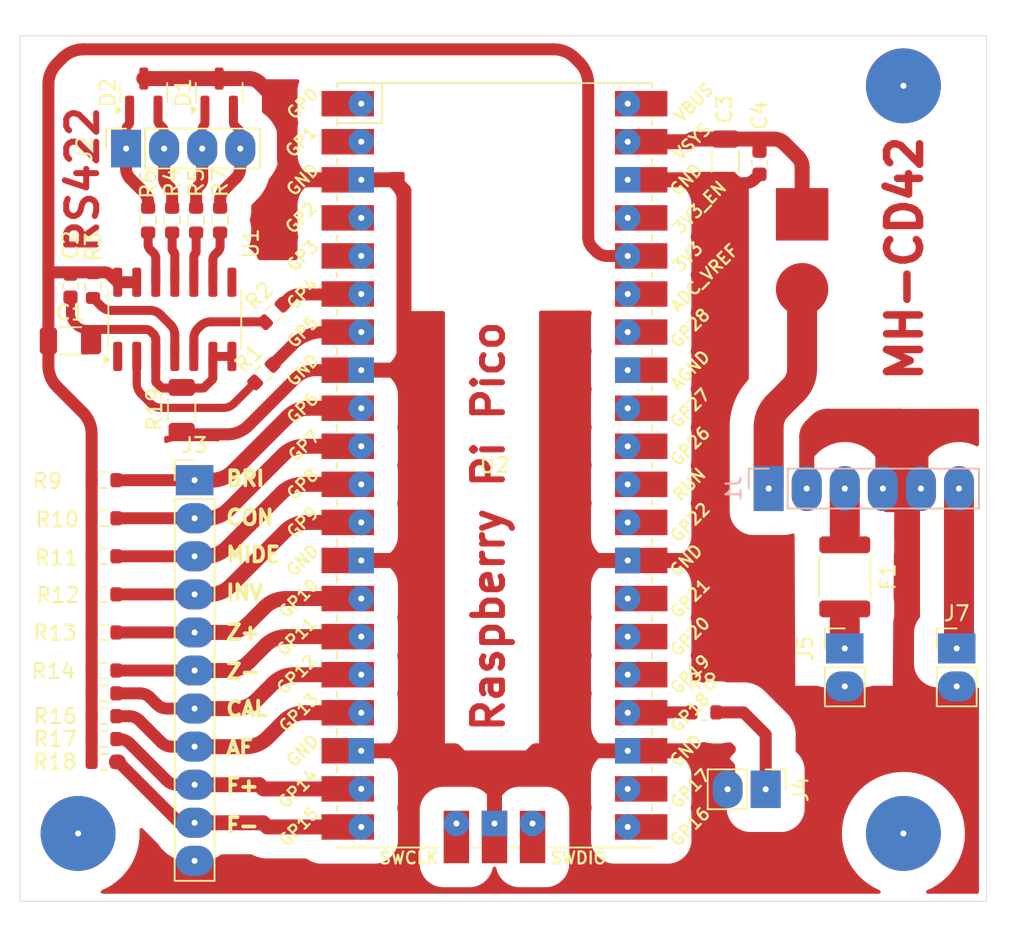
<source format=kicad_pcb>
(kicad_pcb (version 20240108) (generator "pcbnew") (generator_version "8.0")
  (layers (0 "F.Cu" signal) (31 "B.Cu" signal) (34 "B.Paste" user) (35 "F.Paste" user) (36 "B.SilkS" user "B.Silkscreen") (37 "F.SilkS" user "F.Silkscreen") (38 "B.Mask" user) (39 "F.Mask" user) (44 "Edge.Cuts" user))
  (net 0 "")
  (net 1 "+3.3V")
  (net 2 "GND")
  (net 3 "Net-(D1-A2)")
  (net 4 "Net-(D1-A1)")
  (net 5 "Net-(D2-A1)")
  (net 6 "Net-(D2-A2)")
  (net 7 "Net-(J5-Pin_1)")
  (net 8 "+5V")
  (net 9 "/RX")
  (net 10 "/TX")
  (net 11 "Net-(U1-DE)")
  (net 12 "/B")
  (net 13 "/Z")
  (net 14 "/A")
  (net 15 "/Y")
  (net 16 "Net-(J4-Pin_1)")
  (net 21 "/OUT-5V_MH-CD42")
  (net 22 "/BAT_MH-CD42")
  (net 23 "Net-(U2-GPIO5)")
  (net 25 "Net-(U2-GPIO4)")
  (net 27 "/Brightness")
  (net 31 "/Contrast")
  (net 33 "/Mide")
  (net 36 "/Inversion")
  (net 39 "/ZoomIn")
  (net 41 "/ZoomOut")
  (net 43 "/Calibration")
  (net 44 "/AutoFocus")
  (net 45 "/FocusIn")
  (net 47 "/FocusOut")
  (net 49 "Net-(J1-Pin_6)")
  (net 51 "Net-(U2-GPIO18)")
  (footprint "Resistor_SMD:R_0603_1608Metric" (layer "F.Cu") (at 157.48 91.7448)
    (property "Reference" "R16")
    (property "Value" "R" (hide yes))
  )
  (footprint "Resistor_SMD:R_0603_1608Metric" (layer "F.Cu") (at 162.026401 58.6456 -90)
    (property "Reference" "R4")
    (property "Value" "10R" (hide yes))
  )
  (footprint "Resistor_SMD:R_0603_1608Metric" (layer "F.Cu") (at 157.48 93.2688)
    (property "Reference" "R17")
    (property "Value" "R" (hide yes))
  )
  (footprint "Resistor_SMD:R_1812_4532Metric" (layer "F.Cu") (at 206.9084 82.4484 -90)
    (property "Reference" "F1")
    (property "Value" "3А" (hide yes))
  )
  (footprint "Resistor_SMD:R_0603_1608Metric" (layer "F.Cu") (at 168.8084 64.8716 45)
    (property "Reference" "R2")
    (property "Value" "200R" (hide yes))
  )
  (footprint "Resistor_SMD:R_0603_1608Metric" (layer "F.Cu") (at 163.626401 58.6456 -90)
    (property "Reference" "R5")
    (property "Value" "10R" (hide yes))
  )
  (footprint "Resistor_SMD:R_0603_1608Metric" (layer "F.Cu") (at 157.48 88.6968)
    (property "Reference" "R14")
    (property "Value" "R" (hide yes))
  )
  (footprint "Resistor_SMD:R_0603_1608Metric" (layer "F.Cu") (at 157.48 86.1568)
    (property "Reference" "R13")
    (property "Value" "R" (hide yes))
  )
  (footprint "Resistor_SMD:R_0603_1608Metric" (layer "F.Cu") (at 156.744801 63.0144 -90)
    (property "Reference" "R3")
    (property "Value" "10K" (hide yes))
  )
  (footprint "Capacitor_SMD:C_0603_1608Metric" (layer "F.Cu") (at 155.244802 63.0144 -90)
    (property "Reference" "C2")
    (property "Value" "0.1uF" (hide yes))
  )
  (footprint "Resistor_SMD:R_0603_1608Metric" (layer "F.Cu") (at 168.148 68.8848 45)
    (property "Reference" "R1")
    (property "Value" "200R")
  )
  (footprint "Resistor_SMD:R_0603_1608Metric" (layer "F.Cu") (at 157.48 81.0768)
    (property "Reference" "R11")
    (property "Value" "R" (hide yes))
  )
  (footprint "Connector_PinSocket_2.54mm:PinSocket_1x04_P2.54mm_Vertical" (layer "F.Cu") (at 158.953201 53.8704 90)
    (property "Reference" "J2")
    (property "Value" "RS422" (hide yes))
  )
  (footprint "Connector_PinHeader_2.54mm:PinHeader_1x02_P2.54mm_Vertical" (layer "F.Cu") (at 206.9084 87.2186)
    (property "Reference" "J5")
    (property "Value" "BAT")
  )
  (footprint "Connector_PinHeader_2.54mm:PinHeader_1x02_P2.54mm_Vertical" (layer "F.Cu") (at 214.376 87.2186)
    (property "Reference" "J7")
    (property "Value" "Type-C Charger")
  )
  (footprint "TerminalBlock_MetzConnect:TerminalBlock_MetzConnect_Type011_RT05502HBWC_1x02_P5.00mm_Horizontal" (layer "F.Cu") (at 204.061201 58.256801 -90)
    (property "Reference" "J6" (hide yes))
    (property "Value" "Button ON OFF" (hide yes))
  )
  (footprint "Capacitor_SMD:C_0603_1608Metric" (layer "F.Cu") (at 201.2188 54.8132 -90)
    (property "Reference" "C4")
    (property "Value" "0.1uF" (hide yes))
  )
  (footprint "Resistor_SMD:R_1206_3216Metric" (layer "F.Cu") (at 162.6616 71.2724 90)
    (property "Reference" "R19")
    (property "Value" "200R" (hide yes))
  )
  (footprint "Resistor_SMD:R_0603_1608Metric" (layer "F.Cu") (at 157.48 90.2208)
    (property "Reference" "R15" (hide yes))
    (property "Value" "R" (hide yes))
  )
  (footprint "Resistor_SMD:R_0603_1608Metric" (layer "F.Cu") (at 157.48 75.9968)
    (property "Reference" "R9")
    (property "Value" "R" (hide yes))
  )
  (footprint "MCU_RaspberryPi_and_Boards:RPi_Pico_SMD_TH" (layer "F.Cu") (at 183.535 75.005)
    (property "Reference" "U2")
    (property "Value" "Pico")
  )
  (footprint "Resistor_SMD:R_0603_1608Metric" (layer "F.Cu") (at 197.5104 91.4908)
    (property "Reference" "R8")
    (property "Value" "R_US" (hide yes))
  )
  (footprint "Resistor_SMD:R_0603_1608Metric" (layer "F.Cu") (at 165.226402 58.6456 -90)
    (property "Reference" "R7")
    (property "Value" "10R" (hide yes))
  )
  (footprint "Capacitor_SMD:C_1206_3216Metric" (layer "F.Cu") (at 198.9328 54.7116 -90)
    (property "Reference" "C3")
    (property "Value" "10uF" (hide yes))
  )
  (footprint "Capacitor_SMD:C_1206_3216Metric" (layer "F.Cu") (at 155.2448 66.7004)
    (property "Reference" "C1")
    (property "Value" "10uF" (hide yes))
  )
  (footprint "Resistor_SMD:R_0603_1608Metric" (layer "F.Cu") (at 157.48 83.6168)
    (property "Reference" "R12")
    (property "Value" "R" (hide yes))
  )
  (footprint "Connector_PinHeader_2.54mm:PinHeader_1x11_P2.54mm_Vertical" (layer "F.Cu") (at 163.5252 75.9968)
    (property "Reference" "J3")
    (property "Value" "Conn_01x11_Pin" (hide yes))
  )
  (footprint "Connector_PinHeader_2.54mm:PinHeader_1x02_P2.54mm_Vertical" (layer "F.Cu") (at 201.6302 96.6216 -90)
    (property "Reference" "J4")
    (property "Value" "LED")
  )
  (footprint "Package_SO:SOIC-14_3.9x8.7mm_P1.27mm" (layer "F.Cu") (at 162.204401 65.2638 90)
    (property "Reference" "U1")
    (property "Value" "SN65HVD1476D" (hide yes))
  )
  (footprint "Resistor_SMD:R_0603_1608Metric" (layer "F.Cu") (at 157.48 78.5368)
    (property "Reference" "R10")
    (property "Value" "R" (hide yes))
  )
  (footprint "Package_TO_SOT_SMD:SOT-23" (layer "F.Cu") (at 160.136801 50.1389 90)
    (property "Reference" "D2")
    (property "Value" "SM712_SOT23" (hide yes))
  )
  (footprint "Package_TO_SOT_SMD:SOT-23" (layer "F.Cu") (at 165.166 50.1389 90)
    (property "Reference" "D1")
    (property "Value" "SM712_SOT23" (hide yes))
  )
  (footprint "Resistor_SMD:R_0603_1608Metric" (layer "F.Cu") (at 157.48 94.7928)
    (property "Reference" "R18")
    (property "Value" "R" (hide yes))
  )
  (footprint "Resistor_SMD:R_0603_1608Metric" (layer "F.Cu") (at 160.426401 58.6456 -90)
    (property "Reference" "R6")
    (property "Value" "10R" (hide yes))
  )
  (footprint "Connector_PinHeader_2.54mm:PinHeader_1x06_P2.54mm_Vertical" (layer "B.Cu") (at 201.8284 76.5556 -90)
    (property "Reference" "J1")
    (property "Value" "PowerBankPCB" (hide yes))
  )
  (gr_rect (start 151.8649 46.3478) (end 216.3625 104.0928) (stroke (width 0.05)) (fill none) (layer "Edge.Cuts"))
  (gr_text "Raspberry Pi Pico" (at 184.3024 92.964 90) (layer "F.Cu") (effects (font (size 2 2) (thickness 0.4) (bold yes)) (justify left bottom)))
  (gr_text "RS422" (at 157.226 61.0108 90) (layer "F.Cu") (effects (font (size 2 2) (thickness 0.4) (bold yes)) (justify left bottom)))
  (gr_text "MH-CD42" (at 212.1916 69.596 90) (layer "F.Cu") (effects (font (size 2.2 2.2) (thickness 0.5) (bold yes)) (justify left bottom)))
  (gr_text "BRI" (at 165.5064 76.474 0) (layer "F.SilkS") (effects (font (size 1 1) (thickness 0.25) (bold yes)) (justify left bottom)))
  (gr_text "INV" (at 165.5064 84.074 0) (layer "F.SilkS") (effects (font (size 1 1) (thickness 0.25) (bold yes)) (justify left bottom)))
  (gr_text "MIDE" (at 165.5064 81.549 0) (layer "F.SilkS") (effects (font (size 1 1) (thickness 0.25) (bold yes)) (justify left bottom)))
  (gr_text "AF" (at 165.5064 94.4372 0) (layer "F.SilkS") (effects (font (size 1 1) (thickness 0.25) (bold yes)) (justify left bottom)))
  (gr_text "F+" (at 165.5064 96.9772 0) (layer "F.SilkS") (effects (font (size 1 1) (thickness 0.25) (bold yes)) (justify left bottom)))
  (gr_text "CAL" (at 165.5064 91.8464 0) (layer "F.SilkS") (effects (font (size 1 1) (thickness 0.25) (bold yes)) (justify left bottom)))
  (gr_text "CON" (at 165.5064 79.074 0) (layer "F.SilkS") (effects (font (size 1 1) (thickness 0.25) (bold yes)) (justify left bottom)))
  (gr_text "F-\n" (at 165.5064 99.6188 0) (layer "F.SilkS") (effects (font (size 1 1) (thickness 0.25) (bold yes)) (justify left bottom)))
  (gr_text "Z-" (at 165.5064 89.3572 0) (layer "F.SilkS") (effects (font (size 1 1) (thickness 0.25) (bold yes)) (justify left bottom)))
  (gr_text "Z+" (at 165.5064 86.7316 0) (layer "F.SilkS") (effects (font (size 1 1) (thickness 0.25) (bold yes)) (justify left bottom)))
  (via (at 210.82 99.568) (size 5) (drill 0.4) (layers "F.Cu" "B.Cu") (net 0))
  (via (at 210.82 49.6824) (size 5) (drill 0.4) (layers "F.Cu" "B.Cu") (net 0))
  (via (at 155.7528 99.568) (size 5) (drill 0.4) (layers "F.Cu" "B.Cu") (net 0))
  (segment (start 191.040014 61.035) (end 192.425 61.035) (width 0.8) (layer "F.Cu") (net 1))
  (segment (start 153.769799 66.7004) (end 153.769799 62.1284) (width 0.8) (layer "F.Cu") (net 1))
  (segment (start 158.394401 62.7888) (end 157.880447 62.274846) (width 0.8) (layer "F.Cu") (net 1))
  (segment (start 156.655 75.9968) (end 156.655 94.7928) (width 0.8) (layer "F.Cu") (net 1))
  (segment (start 188.905187 47.833587) (end 189.203014 48.131414) (width 0.8) (layer "F.Cu") (net 1))
  (segment (start 156.655 72.901427) (end 156.655 75.9968) (width 0.8) (layer "F.Cu") (net 1))
  (segment (start 156.120227 47.2478) (end 187.490973 47.2478) (width 0.8) (layer "F.Cu") (net 1))
  (segment (start 159.3088 62.7888) (end 158.394401 62.7888) (width 0.8) (layer "F.Cu") (net 1))
  (segment (start 153.769799 66.7004) (end 153.769799 68.359372) (width 0.8) (layer "F.Cu") (net 1))
  (segment (start 157.526894 62.1284) (end 153.769799 62.1284) (width 0.8) (layer "F.Cu") (net 1))
  (segment (start 154.355586 69.773586) (end 156.069214 71.487214) (width 0.8) (layer "F.Cu") (net 1))
  (segment (start 153.769799 62.1284) (end 153.769799 49.598228) (width 0.8) (layer "F.Cu") (net 1))
  (segment (start 154.355586 48.184014) (end 154.706014 47.833586) (width 0.8) (layer "F.Cu") (net 1))
  (segment (start 189.7888 49.545627) (end 189.7888 59.783786) (width 0.8) (layer "F.Cu") (net 1))
  (segment (start 190.081693 60.490893) (end 190.332907 60.742107) (width 0.8) (layer "F.Cu") (net 1))
  (arc (start 190.332907 60.742107) (mid 190.65733 60.95888) (end 191.040014 61.035) (width 0.8) (layer "F.Cu") (net 1))
  (arc (start 187.490973 47.2478) (mid 188.25634 47.400041) (end 188.905187 47.833587) (width 0.8) (layer "F.Cu") (net 1))
  (arc (start 154.706014 47.833586) (mid 155.35486 47.400041) (end 156.120227 47.2478) (width 0.8) (layer "F.Cu") (net 1))
  (arc (start 154.355586 48.184014) (mid 153.92204 48.832861) (end 153.769799 49.598228) (width 0.8) (layer "F.Cu") (net 1))
  (arc (start 189.7888 59.783786) (mid 189.86492 60.166469) (end 190.081693 60.490893) (width 0.8) (layer "F.Cu") (net 1))
  (arc (start 153.769799 68.359372) (mid 153.92204 69.124739) (end 154.355586 69.773586) (width 0.8) (layer "F.Cu") (net 1))
  (arc (start 157.880447 62.274846) (mid 157.718235 62.16646) (end 157.526894 62.1284) (width 0.8) (layer "F.Cu") (net 1))
  (arc (start 189.203014 48.131414) (mid 189.636559 48.78026) (end 189.7888 49.545627) (width 0.8) (layer "F.Cu") (net 1))
  (arc (start 156.655 72.901427) (mid 156.502759 72.13606) (end 156.069214 71.487214) (width 0.8) (layer "F.Cu") (net 1))
  (segment (start 174.645 55.955) (end 170.974014 55.955) (width 1) (layer "F.Cu") (net 2))
  (segment (start 160.266186 65.9384) (end 156.319414 65.9384) (width 0.6) (layer "F.Cu") (net 2))
  (segment (start 183.535 97.1804) (end 183.535 98.905) (width 1) (layer "F.Cu") (net 2))
  (segment (start 204.3684 76.5556) (end 204.3684 73.109014) (width 1) (layer "F.Cu") (net 2))
  (segment (start 178.562 82.0928) (end 178.562 94.055) (width 1) (layer "F.Cu") (net 2))
  (segment (start 209.4484 76.5556) (end 209.4484 71.7296) (width 1) (layer "F.Cu") (net 2))
  (segment (start 199.0902 95.1534) (end 199.0902 96.6216) (width 1) (layer "F.Cu") (net 2))
  (segment (start 178.1048 69.9008) (end 178.6128 70.4088) (width 1) (layer "F.Cu") (net 2))
  (segment (start 192.425 81.355) (end 197.1306 81.355) (width 1) (layer "F.Cu") (net 2))
  (segment (start 178.6128 70.4088) (end 178.6128 79.9084) (width 1) (layer "F.Cu") (net 2))
  (segment (start 174.645 55.955) (end 176.7574 55.955) (width 1) (layer "F.Cu") (net 2))
  (segment (start 171.644627 68.655) (end 174.645 68.655) (width 0.8) (layer "F.Cu") (net 2))
  (segment (start 174.645 68.655) (end 176.859 68.655) (width 1) (layer "F.Cu") (net 2))
  (segment (start 198.2216 56.4914) (end 198.2216 70.3072) (width 0.8) (layer "F.Cu") (net 2))
  (segment (start 160.934401 67.7388) (end 160.934401 66.606615) (width 0.6) (layer "F.Cu") (net 2))
  (segment (start 197.9918 94.055) (end 199.0902 95.1534) (width 1) (layer "F.Cu") (net 2))
  (segment (start 164.744401 69.178267) (end 164.744401 67.7388) (width 0.6) (layer "F.Cu") (net 2))
  (segment (start 163.5252 101.3968) (end 164.2872 102.1588) (width 1) (layer "F.Cu") (net 2))
  (segment (start 188.0616 82.6516) (end 188.0616 94.055) (width 1) (layer "F.Cu") (net 2))
  (segment (start 176.4284 102.1588) (end 177.8508 100.7364) (width 1) (layer "F.Cu") (net 2))
  (segment (start 167.151185 49.201399) (end 160.136801 49.201399) (width 1) (layer "F.Cu") (net 2))
  (segment (start 155.612307 65.645507) (end 155.537695 65.570895) (width 0.6) (layer "F.Cu") (net 2))
  (segment (start 198.2216 80.264) (end 198.2216 70.3072) (width 1) (layer "F.Cu") (net 2))
  (segment (start 192.425 94.055) (end 197.9918 94.055) (width 1) (layer "F.Cu") (net 2))
  (segment (start 160.787954 66.253061) (end 160.619739 66.084846) (width 0.6) (layer "F.Cu") (net 2))
  (segment (start 192.425 55.955) (end 196.262647 55.955) (width 1) (layer "F.Cu") (net 2))
  (segment (start 205.747814 71.7296) (end 209.4484 71.7296) (width 1) (layer "F.Cu") (net 2))
  (segment (start 178.6128 79.9084) (end 177.1662 81.355) (width 1) (layer "F.Cu") (net 2))
  (segment (start 204.661293 72.401907) (end 205.040707 72.022493) (width 1) (layer "F.Cu") (net 2))
  (segment (start 180.8722 94.055) (end 183.535 96.7178) (width 1) (layer "F.Cu") (net 2))
  (segment (start 177.4952 69.2912) (end 178.1048 69.9008) (width 1) (layer "F.Cu") (net 2))
  (segment (start 160.978335 69.487535) (end 161.296866 69.806066) (width 0.6) (layer "F.Cu") (net 2))
  (segment (start 198.5264 56.1866) (end 198.2216 56.4914) (width 0.8) (layer "F.Cu") (net 2))
  (segment (start 177.1662 81.355) (end 177.8242 81.355) (width 1) (layer "F.Cu") (net 2))
  (segment (start 177.8508 94.055) (end 178.562 94.055) (width 1) (layer "F.Cu") (net 2))
  (segment (start 211.265293 72.022493) (end 211.695507 72.452707) (width 1) (layer "F.Cu") (net 2))
  (segment (start 177.1662 81.355) (end 174.645 81.355) (width 1) (layer "F.Cu") (net 2))
  (segment (start 155.244802 64.863788) (end 155.244802 63.7894) (width 0.6) (layer "F.Cu") (net 2))
  (segment (start 189.3582 81.355) (end 188.0616 82.6516) (width 1) (layer "F.Cu") (net 2))
  (segment (start 164.2872 102.1588) (end 176.4284 102.1588) (width 1) (layer "F.Cu") (net 2))
  (segment (start 161.402932 69.85) (end 164.072668 69.85) (width 0.6) (layer "F.Cu") (net 2))
  (segment (start 186.3102 94.055) (end 188.0616 94.055) (width 1) (layer "F.Cu") (net 2))
  (segment (start 177.4952 56.6928) (end 177.4952 69.2912) (width 1) (layer "F.Cu") (net 2))
  (segment (start 170.266907 55.662107) (end 169.812493 55.207693) (width 1) (layer "F.Cu") (net 2))
  (segment (start 196.701353 56.1866) (end 198.5264 56.1866) (width 1) (layer "F.Cu") (net 2))
  (segment (start 167.118887 72.352313) (end 170.230414 69.240786) (width 0.8) (layer "F.Cu") (net 2))
  (segment (start 176.7574 55.955) (end 177.4952 56.6928) (width 1) (layer "F.Cu") (net 2))
  (segment (start 176.859 68.655) (end 178.1048 69.9008) (width 1) (layer "F.Cu") (net 2))
  (segment (start 174.6 81.4) (end 174.645 81.355) (width 1) (layer "F.Cu") (net 2))
  (segment (start 197.1306 81.355) (end 198.2216 80.264) (width 1) (layer "F.Cu") (net 2))
  (segment (start 196.439424 56.028224) (end 196.524577 56.113377) (width 1) (layer "F.Cu") (net 2))
  (segment (start 177.8242 81.355) (end 178.562 82.0928) (width 1) (layer "F.Cu") (net 2))
  (segment (start 160.934401 67.7388) (end 160.934401 69.381469) (width 0.6) (layer "F.Cu") (net 2))
  (segment (start 178.562 94.055) (end 180.8722 94.055) (width 1) (layer "F.Cu") (net 2))
  (segment (start 169.5196 54.500586) (end 169.5196 51.569814) (width 1) (layer "F.Cu") (net 2))
  (segment (start 183.535 96.7178) (end 183.535 97.1804) (width 1) (layer "F.Cu") (net 2))
  (segment (start 209.4484 71.7296) (end 210.558186 71.7296) (width 1) (layer "F.Cu") (net 2))
  (segment (start 169.226707 50.862707) (end 167.858292 49.494292) (width 1) (layer "F.Cu") (net 2))
  (segment (start 201.2188 55.5882) (end 200.913293 55.893707) (width 0.8) (layer "F.Cu") (net 2))
  (segment (start 183.535 97.1804) (end 183.535 96.8302) (width 1) (layer "F.Cu") (net 2))
  (segment (start 192.435 94.065) (end 192.425 94.055) (width 0.5) (layer "F.Cu") (net 2))
  (segment (start 177.8508 100.7364) (end 177.8508 94.055) (width 1) (layer "F.Cu") (net 2))
  (segment (start 162.6616 72.9381) (end 165.704673 72.9381) (width 0.8) (layer "F.Cu") (net 2))
  (segment (start 164.744401 67.7388) (end 166.014401 67.7388) (width 0.6) (layer "F.Cu") (net 2))
  (segment (start 164.178734 69.806066) (end 164.700467 69.284333) (width 0.6) (layer "F.Cu") (net 2))
  (segment (start 192.425 81.355) (end 189.3582 81.355) (width 1) (layer "F.Cu") (net 2))
  (segment (start 200.206186 56.1866) (end 198.5264 56.1866) (width 0.8) (layer "F.Cu") (net 2))
  (segment (start 192.425 94.055) (end 188.0616 94.055) (width 1) (layer "F.Cu") (net 2))
  (segment (start 183.535 96.8302) (end 186.3102 94.055) (width 1) (layer "F.Cu") (net 2))
  (segment (start 174.645 94.055) (end 177.8508 94.055) (width 1) (layer "F.Cu") (net 2))
  (segment (start 211.9884 73.159814) (end 211.9884 76.5556) (width 1) (layer "F.Cu") (net 2))
  (arc (start 204.661293 72.401907) (mid 204.44452 72.72633) (end 204.3684 73.109014) (width 1) (layer "F.Cu") (net 2))
  (arc (start 200.913293 55.893707) (mid 200.58887 56.11048) (end 200.206186 56.1866) (width 0.8) (layer "F.Cu") (net 2))
  (arc (start 164.744401 69.178267) (mid 164.732983 69.23567) (end 164.700467 69.284333) (width 0.6) (layer "F.Cu") (net 2))
  (arc (start 170.974014 55.955) (mid 170.591331 55.87888) (end 170.266907 55.662107) (width 1) (layer "F.Cu") (net 2))
  (arc (start 205.747814 71.7296) (mid 205.365131 71.80572) (end 205.040707 72.022493) (width 1) (layer "F.Cu") (net 2))
  (arc (start 211.9884 73.159814) (mid 211.91228 72.777131) (end 211.695507 72.452707) (width 1) (layer "F.Cu") (net 2))
  (arc (start 167.118887 72.352313) (mid 166.47004 72.785859) (end 165.704673 72.9381) (width 0.8) (layer "F.Cu") (net 2))
  (arc (start 164.072668 69.85) (mid 164.130071 69.838582) (end 164.178734 69.806066) (width 0.6) (layer "F.Cu") (net 2))
  (arc (start 169.5196 51.569814) (mid 169.44348 51.187131) (end 169.226707 50.862707) (width 1) (layer "F.Cu") (net 2))
  (arc (start 160.787954 66.253061) (mid 160.896341 66.415273) (end 160.934401 66.606615) (width 0.6) (layer "F.Cu") (net 2))
  (arc (start 161.296866 69.806066) (mid 161.345529 69.838582) (end 161.402932 69.85) (width 0.6) (layer "F.Cu") (net 2))
  (arc (start 155.612307 65.645507) (mid 155.93673 65.86228) (end 156.319414 65.9384) (width 0.6) (layer "F.Cu") (net 2))
  (arc (start 210.558186 71.7296) (mid 210.940869 71.80572) (end 211.265293 72.022493) (width 1) (layer "F.Cu") (net 2))
  (arc (start 196.262647 55.955) (mid 196.358318 55.97403) (end 196.439424 56.028224) (width 1) (layer "F.Cu") (net 2))
  (arc (start 196.701353 56.1866) (mid 196.605682 56.16757) (end 196.524577 56.113377) (width 1) (layer "F.Cu") (net 2))
  (arc (start 155.537695 65.570895) (mid 155.320922 65.246472) (end 155.244802 64.863788) (width 0.6) (layer "F.Cu") (net 2))
  (arc (start 169.812493 55.207693) (mid 169.59572 54.88327) (end 169.5196 54.500586) (width 1) (layer "F.Cu") (net 2))
  (arc (start 171.644627 68.655) (mid 170.87926 68.807241) (end 170.230414 69.240786) (width 0.8) (layer "F.Cu") (net 2))
  (arc (start 160.619739 66.084846) (mid 160.457527 65.97646) (end 160.266186 65.9384) (width 0.6) (layer "F.Cu") (net 2))
  (arc (start 160.978335 69.487535) (mid 160.945819 69.438872) (end 160.934401 69.381469) (width 0.6) (layer "F.Cu") (net 2))
  (arc (start 167.151185 49.201399) (mid 167.533868 49.277519) (end 167.858292 49.494292) (width 1) (layer "F.Cu") (net 2))
  (segment (start 166.573201 52.805553) (end 166.573201 53.8704) (width 0.6) (layer "F.Cu") (net 3))
  (segment (start 165.226402 57.8206) (end 165.226402 57.307813) (width 0.8) (layer "F.Cu") (net 3))
  (segment (start 166.573201 55.132586) (end 166.573201 53.8704) (width 0.8) (layer "F.Cu") (net 3))
  (segment (start 166.189225 52.318024) (end 166.499978 52.628777) (width 0.6) (layer "F.Cu") (net 3))
  (segment (start 165.519295 56.600706) (end 166.280308 55.839693) (width 0.8) (layer "F.Cu") (net 3))
  (segment (start 166.116001 51.0764) (end 166.116001 52.141247) (width 0.6) (layer "F.Cu") (net 3))
  (arc (start 166.189225 52.318024) (mid 166.135032 52.236918) (end 166.116001 52.141247) (width 0.6) (layer "F.Cu") (net 3))
  (arc (start 165.226402 57.307813) (mid 165.302522 56.92513) (end 165.519295 56.600706) (width 0.8) (layer "F.Cu") (net 3))
  (arc (start 166.573201 52.805553) (mid 166.554171 52.709882) (end 166.499978 52.628777) (width 0.6) (layer "F.Cu") (net 3))
  (arc (start 166.573201 55.132586) (mid 166.497081 55.515269) (end 166.280308 55.839693) (width 0.8) (layer "F.Cu") (net 3))
  (segment (start 164.0332 55.926893) (end 164.0332 53.8704) (width 0.8) (layer "F.Cu") (net 4))
  (segment (start 164.216 51.0764) (end 164.216001 52.161647) (width 0.6) (layer "F.Cu") (net 4))
  (segment (start 163.772848 56.394352) (end 163.886754 56.280446) (width 0.8) (layer "F.Cu") (net 4))
  (segment (start 164.142777 52.338424) (end 164.106424 52.374777) (width 0.6) (layer "F.Cu") (net 4))
  (segment (start 163.626401 57.8206) (end 163.626401 56.747906) (width 0.8) (layer "F.Cu") (net 4))
  (segment (start 164.033201 52.551553) (end 164.033201 53.8704) (width 0.6) (layer "F.Cu") (net 4))
  (arc (start 164.216001 52.161647) (mid 164.196971 52.257318) (end 164.142777 52.338424) (width 0.6) (layer "F.Cu") (net 4))
  (arc (start 163.886754 56.280446) (mid 163.99514 56.118234) (end 164.0332 55.926893) (width 0.8) (layer "F.Cu") (net 4))
  (arc (start 163.772848 56.394352) (mid 163.664461 56.556564) (end 163.626401 56.747906) (width 0.8) (layer "F.Cu") (net 4))
  (arc (start 164.106424 52.374777) (mid 164.052231 52.455883) (end 164.033201 52.551553) (width 0.6) (layer "F.Cu") (net 4))
  (segment (start 159.113577 52.287624) (end 159.026424 52.374777) (width 0.6) (layer "F.Cu") (net 5))
  (segment (start 158.953201 55.183386) (end 158.953201 53.8704) (width 0.8) (layer "F.Cu") (net 5))
  (segment (start 158.953201 52.551553) (end 158.953201 53.8704) (width 0.6) (layer "F.Cu") (net 5))
  (segment (start 159.186801 51.0764) (end 159.186801 52.110847) (width 0.6) (layer "F.Cu") (net 5))
  (segment (start 160.133508 56.777907) (end 159.246094 55.890493) (width 0.8) (layer "F.Cu") (net 5))
  (segment (start 160.426401 57.8206) (end 160.426401 57.485014) (width 0.8) (layer "F.Cu") (net 5))
  (arc (start 159.026424 52.374777) (mid 158.972231 52.455883) (end 158.953201 52.551553) (width 0.6) (layer "F.Cu") (net 5))
  (arc (start 160.133508 56.777907) (mid 160.350281 57.10233) (end 160.426401 57.485014) (width 0.8) (layer "F.Cu") (net 5))
  (arc (start 159.113577 52.287624) (mid 159.16777 52.206518) (end 159.186801 52.110847) (width 0.6) (layer "F.Cu") (net 5))
  (arc (start 158.953201 55.183386) (mid 159.029321 55.566069) (end 159.246094 55.890493) (width 0.8) (layer "F.Cu") (net 5))
  (segment (start 161.160025 52.216424) (end 161.419978 52.476377) (width 0.6) (layer "F.Cu") (net 6))
  (segment (start 161.879954 56.492353) (end 161.639647 56.252046) (width 0.8) (layer "F.Cu") (net 6))
  (segment (start 161.493201 52.653153) (end 161.493201 53.870399) (width 0.6) (layer "F.Cu") (net 6))
  (segment (start 161.493201 55.898493) (end 161.493201 53.8704) (width 0.8) (layer "F.Cu") (net 6))
  (segment (start 162.026401 57.8206) (end 162.026401 56.845907) (width 0.8) (layer "F.Cu") (net 6))
  (segment (start 161.086801 51.0764) (end 161.086801 52.039647) (width 0.6) (layer "F.Cu") (net 6))
  (arc (start 161.419978 52.476377) (mid 161.474171 52.557483) (end 161.493201 52.653153) (width 0.6) (layer "F.Cu") (net 6))
  (arc (start 161.879954 56.492353) (mid 161.988341 56.654565) (end 162.026401 56.845907) (width 0.8) (layer "F.Cu") (net 6))
  (arc (start 161.160025 52.216424) (mid 161.105832 52.135318) (end 161.086801 52.039647) (width 0.6) (layer "F.Cu") (net 6))
  (arc (start 161.639647 56.252046) (mid 161.531261 56.089834) (end 161.493201 55.898493) (width 0.8) (layer "F.Cu") (net 6))
  (segment (start 206.9084 87.2186) (end 206.9084 85.3948) (width 2) (layer "F.Cu") (net 7))
  (segment (start 198.5264 53.2366) (end 202.174386 53.2366) (width 1) (layer "F.Cu") (net 8))
  (segment (start 202.881493 53.529493) (end 203.768308 54.416308) (width 1) (layer "F.Cu") (net 8))
  (segment (start 192.425 53.415) (end 196.417447 53.415) (width 1) (layer "F.Cu") (net 8))
  (segment (start 196.594224 53.341776) (end 196.626177 53.309823) (width 1) (layer "F.Cu") (net 8))
  (segment (start 196.802953 53.2366) (end 198.5264 53.2366) (width 1) (layer "F.Cu") (net 8))
  (segment (start 201.2188 53.2366) (end 198.5264 53.2366) (width 0.8) (layer "F.Cu") (net 8))
  (segment (start 204.061201 55.123415) (end 204.061201 58.256801) (width 1) (layer "F.Cu") (net 8))
  (segment (start 201.2188 54.0382) (end 201.2188 53.2366) (width 0.8) (layer "F.Cu") (net 8))
  (arc (start 202.174386 53.2366) (mid 202.557069 53.31272) (end 202.881493 53.529493) (width 1) (layer "F.Cu") (net 8))
  (arc (start 196.417447 53.415) (mid 196.513118 53.39597) (end 196.594224 53.341776) (width 1) (layer "F.Cu") (net 8))
  (arc (start 204.061201 55.123415) (mid 203.985081 54.740732) (end 203.768308 54.416308) (width 1) (layer "F.Cu") (net 8))
  (arc (start 196.626177 53.309823) (mid 196.707283 53.25563) (end 196.802953 53.2366) (width 1) (layer "F.Cu") (net 8))
  (segment (start 160.590707 70.877907) (end 159.957294 70.244494) (width 0.55) (layer "F.Cu") (net 9))
  (segment (start 165.447786 71.1708) (end 161.297814 71.1708) (width 0.55) (layer "F.Cu") (net 9))
  (segment (start 167.564637 69.468163) (end 166.154893 70.877907) (width 0.55) (layer "F.Cu") (net 9))
  (segment (start 159.664401 69.537387) (end 159.664401 67.7388) (width 0.55) (layer "F.Cu") (net 9))
  (arc (start 160.590707 70.877907) (mid 160.91513 71.09468) (end 161.297814 71.1708) (width 0.55) (layer "F.Cu") (net 9))
  (arc (start 159.957294 70.244494) (mid 159.740521 69.920071) (end 159.664401 69.537387) (width 0.55) (layer "F.Cu") (net 9))
  (arc (start 165.447786 71.1708) (mid 165.830469 71.09468) (end 166.154893 70.877907) (width 0.55) (layer "F.Cu") (net 9))
  (segment (start 163.892707 65.723293) (end 163.767294 65.848706) (width 0.6) (layer "F.Cu") (net 10))
  (segment (start 163.474401 66.555813) (end 163.474401 67.7388) (width 0.6) (layer "F.Cu") (net 10))
  (segment (start 168.225037 65.454963) (end 168.200474 65.4304) (width 0.5) (layer "F.Cu") (net 10))
  (segment (start 168.200474 65.4304) (end 164.599814 65.4304) (width 0.6) (layer "F.Cu") (net 10))
  (arc (start 163.892707 65.723293) (mid 164.21713 65.50652) (end 164.599814 65.4304) (width 0.6) (layer "F.Cu") (net 10))
  (arc (start 163.767294 65.848706) (mid 163.550521 66.173129) (end 163.474401 66.555813) (width 0.6) (layer "F.Cu") (net 10))
  (segment (start 161.911508 65.617106) (end 161.255695 64.961293) (width 0.6) (layer "F.Cu") (net 11))
  (segment (start 157.280908 64.375507) (end 156.744801 63.8394) (width 0.6) (layer "F.Cu") (net 11))
  (segment (start 160.548588 64.6684) (end 157.988015 64.6684) (width 0.6) (layer "F.Cu") (net 11))
  (segment (start 162.204401 67.7388) (end 162.204401 66.324213) (width 0.6) (layer "F.Cu") (net 11))
  (arc (start 157.280908 64.375507) (mid 157.605331 64.59228) (end 157.988015 64.6684) (width 0.6) (layer "F.Cu") (net 11))
  (arc (start 161.255695 64.961293) (mid 160.931272 64.74452) (end 160.548588 64.6684) (width 0.6) (layer "F.Cu") (net 11))
  (arc (start 161.911508 65.617106) (mid 162.128281 65.941529) (end 162.204401 66.324213) (width 0.6) (layer "F.Cu") (net 11))
  (segment (start 162.131177 60.756776) (end 162.099624 60.725223) (width 0.6) (layer "F.Cu") (net 12))
  (segment (start 162.026401 60.548447) (end 162.026401 59.4706) (width 0.6) (layer "F.Cu") (net 12))
  (segment (start 162.2044 62.7888) (end 162.204401 60.933553) (width 0.6) (layer "F.Cu") (net 12))
  (arc (start 162.099624 60.725223) (mid 162.045431 60.644117) (end 162.026401 60.548447) (width 0.6) (layer "F.Cu") (net 12))
  (arc (start 162.131177 60.756776) (mid 162.18537 60.837882) (end 162.204401 60.933553) (width 0.6) (layer "F.Cu") (net 12))
  (segment (start 163.626401 60.726847) (end 163.626401 59.4706) (width 0.6) (layer "F.Cu") (net 13))
  (segment (start 163.547624 60.909177) (end 163.553178 60.903623) (width 0.6) (layer "F.Cu") (net 13))
  (segment (start 163.474401 62.7888) (end 163.474402 61.085953) (width 0.6) (layer "F.Cu") (net 13))
  (arc (start 163.547624 60.909177) (mid 163.493431 60.990283) (end 163.474402 61.085953) (width 0.6) (layer "F.Cu") (net 13))
  (arc (start 163.626401 60.726847) (mid 163.607371 60.822518) (end 163.553178 60.903623) (width 0.6) (layer "F.Cu") (net 13))
  (segment (start 160.787954 60.835953) (end 160.572848 60.620846) (width 0.6) (layer "F.Cu") (net 14))
  (segment (start 160.426402 60.267293) (end 160.426401 59.4706) (width 0.6) (layer "F.Cu") (net 14))
  (segment (start 160.934401 62.7888) (end 160.934401 61.189506) (width 0.6) (layer "F.Cu") (net 14))
  (arc (start 160.572848 60.620846) (mid 160.464462 60.458634) (end 160.426402 60.267293) (width 0.6) (layer "F.Cu") (net 14))
  (arc (start 160.787954 60.835953) (mid 160.89634 60.998164) (end 160.934401 61.189506) (width 0.6) (layer "F.Cu") (net 14))
  (segment (start 164.744402 62.7888) (end 164.744401 61.291107) (width 0.6) (layer "F.Cu") (net 15))
  (segment (start 164.890848 60.937553) (end 165.079956 60.748445) (width 0.6) (layer "F.Cu") (net 15))
  (segment (start 165.226402 60.394892) (end 165.226402 59.4706) (width 0.6) (layer "F.Cu") (net 15))
  (arc (start 165.079956 60.748445) (mid 165.188342 60.586233) (end 165.226402 60.394892) (width 0.6) (layer "F.Cu") (net 15))
  (arc (start 164.744401 61.291107) (mid 164.782461 61.099765) (end 164.890848 60.937553) (width 0.6) (layer "F.Cu") (net 15))
  (segment (start 198.3354 91.4908) (end 200.152 91.4908) (width 0.8) (layer "F.Cu") (net 16))
  (segment (start 201.6302 92.969) (end 201.6302 96.6216) (width 0.8) (layer "F.Cu") (net 16))
  (segment (start 200.152 91.4908) (end 201.6302 92.969) (width 0.8) (layer "F.Cu") (net 16))
  (segment (start 201.8284 76.5556) (end 201.8284 72.456427) (width 2) (layer "F.Cu") (net 21))
  (segment (start 202.414187 71.042213) (end 203.475415 69.980985) (width 2) (layer "F.Cu") (net 21))
  (segment (start 204.061201 68.566772) (end 204.061201 63.256801) (width 2) (layer "F.Cu") (net 21))
  (arc (start 203.475415 69.980985) (mid 203.90896 69.332139) (end 204.061201 68.566772) (width 2) (layer "F.Cu") (net 21))
  (arc (start 202.414187 71.042213) (mid 201.980641 71.69106) (end 201.8284 72.456427) (width 2) (layer "F.Cu") (net 21))
  (segment (start 206.908399 76.5556) (end 206.908399 79.552801) (width 2) (layer "F.Cu") (net 22))
  (segment (start 168.731363 68.301437) (end 170.039121 66.993679) (width 0.8) (layer "F.Cu") (net 23))
  (segment (start 172.160441 66.115) (end 174.645 66.115) (width 0.8) (layer "F.Cu") (net 23))
  (arc (start 170.039121 66.993679) (mid 171.012391 66.343361) (end 172.160441 66.115) (width 0.8) (layer "F.Cu") (net 23))
  (segment (start 174.6184 63.6016) (end 174.645 63.575) (width 0.5) (layer "F.Cu") (net 25))
  (segment (start 169.391763 64.288237) (end 169.785507 63.894493) (width 0.8) (layer "F.Cu") (net 25))
  (segment (start 170.492614 63.6016) (end 174.6184 63.6016) (width 0.8) (layer "F.Cu") (net 25))
  (arc (start 169.785507 63.894493) (mid 170.10993 63.67772) (end 170.492614 63.6016) (width 0.8) (layer "F.Cu") (net 25))
  (segment (start 174.645 71.195) (end 171.136627 71.195) (width 1) (layer "F.Cu") (net 27))
  (segment (start 164.677973 75.9968) (end 163.5252 75.9968) (width 1) (layer "F.Cu") (net 27))
  (segment (start 158.305 75.9968) (end 163.5252 75.9968) (width 0.8) (layer "F.Cu") (net 27))
  (segment (start 174.6184 71.2216) (end 174.645 71.195) (width 1) (layer "F.Cu") (net 27))
  (segment (start 169.722413 71.780787) (end 166.092186 75.411014) (width 1) (layer "F.Cu") (net 27))
  (arc (start 166.092186 75.411014) (mid 165.44334 75.844559) (end 164.677973 75.9968) (width 1) (layer "F.Cu") (net 27))
  (arc (start 169.722413 71.780787) (mid 170.37126 71.347241) (end 171.136627 71.195) (width 1) (layer "F.Cu") (net 27))
  (segment (start 163.5252 78.5368) (end 164.373173 78.5368) (width 1) (layer "F.Cu") (net 31))
  (segment (start 165.787387 77.951013) (end 169.417614 74.320786) (width 1) (layer "F.Cu") (net 31))
  (segment (start 170.831827 73.735) (end 174.645 73.735) (width 1) (layer "F.Cu") (net 31))
  (segment (start 174.6 73.78) (end 174.645 73.735) (width 1) (layer "F.Cu") (net 31))
  (segment (start 158.305 78.5368) (end 163.5252 78.5368) (width 0.8) (layer "F.Cu") (net 31))
  (arc (start 169.417614 74.320786) (mid 170.06646 73.887241) (end 170.831827 73.735) (width 1) (layer "F.Cu") (net 31))
  (arc (start 164.373173 78.5368) (mid 165.13854 78.384559) (end 165.787387 77.951013) (width 1) (layer "F.Cu") (net 31))
  (segment (start 163.5252 81.076799) (end 164.271574 81.076799) (width 1) (layer "F.Cu") (net 33))
  (segment (start 158.305 81.0768) (end 163.525199 81.0768) (width 0.8) (layer "F.Cu") (net 33))
  (segment (start 165.685788 80.491012) (end 169.316014 76.860786) (width 1) (layer "F.Cu") (net 33))
  (segment (start 163.525199 81.0768) (end 163.5252 81.076799) (width 1) (layer "F.Cu") (net 33))
  (segment (start 174.6 76.32) (end 174.645 76.275) (width 1) (layer "F.Cu") (net 33))
  (segment (start 170.730227 76.275) (end 174.645 76.275) (width 1) (layer "F.Cu") (net 33))
  (arc (start 164.271574 81.076799) (mid 165.036941 80.924558) (end 165.685788 80.491012) (width 1) (layer "F.Cu") (net 33))
  (arc (start 169.316014 76.860786) (mid 169.96486 76.427241) (end 170.730227 76.275) (width 1) (layer "F.Cu") (net 33))
  (segment (start 165.939787 83.031013) (end 169.570014 79.400786) (width 1) (layer "F.Cu") (net 36))
  (segment (start 174.6 78.86) (end 174.645 78.815) (width 1) (layer "F.Cu") (net 36))
  (segment (start 158.305 83.6168) (end 163.5252 83.6168) (width 0.8) (layer "F.Cu") (net 36))
  (segment (start 170.984227 78.815) (end 174.645 78.815) (width 1) (layer "F.Cu") (net 36))
  (segment (start 163.5252 83.6168) (end 164.525573 83.6168) (width 1) (layer "F.Cu") (net 36))
  (arc (start 169.570014 79.400786) (mid 170.21886 78.967241) (end 170.984227 78.815) (width 1) (layer "F.Cu") (net 36))
  (arc (start 165.939787 83.031013) (mid 165.29094 83.464559) (end 164.525573 83.6168) (width 1) (layer "F.Cu") (net 36))
  (segment (start 169.612627 83.895) (end 174.645 83.895) (width 1) (layer "F.Cu") (net 39))
  (segment (start 163.5252 86.1568) (end 165.693973 86.1568) (width 1) (layer "F.Cu") (net 39))
  (segment (start 167.108187 85.571013) (end 168.198414 84.480786) (width 1) (layer "F.Cu") (net 39))
  (segment (start 174.6 83.94) (end 174.645 83.895) (width 1) (layer "F.Cu") (net 39))
  (segment (start 158.305 86.1568) (end 163.5252 86.1568) (width 0.8) (layer "F.Cu") (net 39))
  (arc (start 165.693973 86.1568) (mid 166.45934 86.004559) (end 167.108187 85.571013) (width 1) (layer "F.Cu") (net 39))
  (arc (start 169.612627 83.895) (mid 168.84726 84.047241) (end 168.198414 84.480786) (width 1) (layer "F.Cu") (net 39))
  (segment (start 167.158987 88.111013) (end 168.249214 87.020786) (width 1) (layer "F.Cu") (net 41))
  (segment (start 158.305 88.6968) (end 163.5252 88.6968) (width 0.8) (layer "F.Cu") (net 41))
  (segment (start 169.663427 86.435) (end 174.645 86.435) (width 1) (layer "F.Cu") (net 41))
  (segment (start 174.6 86.48) (end 174.645 86.435) (width 1) (layer "F.Cu") (net 41))
  (segment (start 163.5252 88.6968) (end 165.744773 88.6968) (width 1) (layer "F.Cu") (net 41))
  (arc (start 168.249214 87.020786) (mid 168.89806 86.587241) (end 169.663427 86.435) (width 1) (layer "F.Cu") (net 41))
  (arc (start 167.158987 88.111013) (mid 166.51014 88.544559) (end 165.744773 88.6968) (width 1) (layer "F.Cu") (net 41))
  (segment (start 167.666987 90.651013) (end 168.757214 89.560786) (width 1) (layer "F.Cu") (net 43))
  (segment (start 160.566893 90.513693) (end 160.997107 90.943907) (width 0.8) (layer "F.Cu") (net 43))
  (segment (start 161.704214 91.2368) (end 163.5252 91.2368) (width 0.8) (layer "F.Cu") (net 43))
  (segment (start 158.305 90.2208) (end 159.859786 90.2208) (width 0.8) (layer "F.Cu") (net 43))
  (segment (start 163.5252 91.2368) (end 166.252773 91.2368) (width 1) (layer "F.Cu") (net 43))
  (segment (start 170.171427 88.975) (end 174.645 88.975) (width 1) (layer "F.Cu") (net 43))
  (segment (start 174.6 89.02) (end 174.645 88.975) (width 1) (layer "F.Cu") (net 43))
  (arc (start 168.757214 89.560786) (mid 169.40606 89.127241) (end 170.171427 88.975) (width 1) (layer "F.Cu") (net 43))
  (arc (start 167.666987 90.651013) (mid 167.01814 91.084559) (end 166.252773 91.2368) (width 1) (layer "F.Cu") (net 43))
  (arc (start 160.566893 90.513693) (mid 160.24247 90.29692) (end 159.859786 90.2208) (width 0.8) (layer "F.Cu") (net 43))
  (arc (start 160.997107 90.943907) (mid 161.32153 91.16068) (end 161.704214 91.2368) (width 0.8) (layer "F.Cu") (net 43))
  (segment (start 168.378186 93.191014) (end 169.468414 92.100786) (width 1) (layer "F.Cu") (net 44))
  (segment (start 163.5252 93.776801) (end 166.963972 93.776801) (width 1) (layer "F.Cu") (net 44))
  (segment (start 159.855693 92.037693) (end 161.301908 93.483908) (width 0.8) (layer "F.Cu") (net 44))
  (segment (start 158.305 91.7448) (end 159.148586 91.7448) (width 0.8) (layer "F.Cu") (net 44))
  (segment (start 170.882627 91.515) (end 174.645 91.515) (width 1) (layer "F.Cu") (net 44))
  (segment (start 174.6 91.56) (end 174.645 91.515) (width 1) (layer "F.Cu") (net 44))
  (segment (start 162.009015 93.776801) (end 163.5252 93.776801) (width 0.8) (layer "F.Cu") (net 44))
  (arc (start 159.855693 92.037693) (mid 159.53127 91.82092) (end 159.148586 91.7448) (width 0.8) (layer "F.Cu") (net 44))
  (arc (start 161.301908 93.483908) (mid 161.626331 93.700681) (end 162.009015 93.776801) (width 0.8) (layer "F.Cu") (net 44))
  (arc (start 168.378186 93.191014) (mid 167.729339 93.62456) (end 166.963972 93.776801) (width 1) (layer "F.Cu") (net 44))
  (arc (start 169.468414 92.100786) (mid 170.11726 91.667241) (end 170.882627 91.515) (width 1) (layer "F.Cu") (net 44))
  (segment (start 174.6 96.64) (end 174.645 96.595) (width 1) (layer "F.Cu") (net 45))
  (segment (start 163.5252 96.3168) (end 167.8432 96.3168) (width 1) (layer "F.Cu") (net 45))
  (segment (start 158.488186 93.2688) (end 158.305 93.2688) (width 0.8) (layer "F.Cu") (net 45))
  (segment (start 163.5252 96.3168) (end 162.364614 96.3168) (width 0.8) (layer "F.Cu") (net 45))
  (segment (start 168.1214 96.595) (end 174.645 96.595) (width 1) (layer "F.Cu") (net 45))
  (segment (start 161.657507 96.023907) (end 159.195293 93.561693) (width 0.8) (layer "F.Cu") (net 45))
  (segment (start 167.8432 96.3168) (end 168.1214 96.595) (width 1) (layer "F.Cu") (net 45))
  (arc (start 162.364614 96.3168) (mid 161.981931 96.24068) (end 161.657507 96.023907) (width 0.8) (layer "F.Cu") (net 45))
  (arc (start 158.488186 93.2688) (mid 158.870869 93.34492) (end 159.195293 93.561693) (width 0.8) (layer "F.Cu") (net 45))
  (segment (start 174.6 99.18) (end 174.645 99.135) (width 1) (layer "F.Cu") (net 47))
  (segment (start 168.3754 99.135) (end 174.645 99.135) (width 1) (layer "F.Cu") (net 47))
  (segment (start 158.4452 94.7928) (end 162.5092 98.8568) (width 0.8) (layer "F.Cu") (net 47))
  (segment (start 163.5252 98.8568) (end 168.0972 98.8568) (width 1) (layer "F.Cu") (net 47))
  (segment (start 168.0972 98.8568) (end 168.3754 99.135) (width 1) (layer "F.Cu") (net 47))
  (segment (start 158.305 94.7928) (end 158.4452 94.7928) (width 1) (layer "F.Cu") (net 47))
  (segment (start 214.5284 86.4058) (end 214.5284 76.5556) (width 2) (layer "F.Cu") (net 49))
  (segment (start 214.5334 76.5606) (end 214.5284 76.5556) (width 1) (layer "F.Cu") (net 49))
  (segment (start 192.4492 91.4908) (end 192.425 91.515) (width 0.2) (layer "F.Cu") (net 51))
  (segment (start 196.6854 91.4908) (end 192.4492 91.4908) (width 0.8) (layer "F.Cu") (net 51))
  (zone (net 0) (net_name "") (layer "F.Cu") (connect_pads (clearance 0)) (min_thickness 0.25)
    (keepout (tracks allowed) (vias allowed) (pads allowed) (copperpour not_allowed) (footprints not_allowed))
    (fill (thermal_gap 0.5) (thermal_bridge_width 0.5))
    (polygon (pts (xy 200.5076 47.0916) (xy 217.1192 47.0408) (xy 217.0684 71.2216) (xy 200.5076 71.2724)))
  )
  (zone (net 0) (net_name "") (layer "F.Cu") (connect_pads (clearance 0)) (min_thickness 0.25)
    (keepout (tracks allowed) (vias allowed) (pads allowed) (copperpour not_allowed) (footprints not_allowed))
    (fill (thermal_gap 0.5) (thermal_bridge_width 0.5))
    (polygon (pts (xy 195.2752 47.0916) (xy 203.6064 47.0916) (xy 203.5048 55.4228) (xy 195.3768 55.4228)))
  )
  (zone (net 0) (net_name "") (layer "F.Cu") (connect_pads (clearance 0)) (min_thickness 0.25)
    (keepout (tracks allowed) (vias allowed) (pads allowed) (copperpour not_allowed) (footprints not_allowed))
    (fill (thermal_gap 0.5) (thermal_bridge_width 0.5))
    (polygon (pts (xy 155.2448 48.6156) (xy 159.7152 48.6156) (xy 159.7152 50.3428) (xy 155.2448 50.3428)))
  )
  (zone (net 2) (net_name "GND") (layer "F.Cu") (connect_pads yes (clearance 1.6)) (min_thickness 0.25) (fill yes (thermal_gap 0.5) (thermal_bridge_width 0.5) (smoothing fillet))
    (polygon (pts (xy 151.3237 45.8622) (xy 218.0939 45.6848) (xy 217.3109 105.6442) (xy 150.5407 105.7466)))
  )
  (zone (net 0) (net_name "") (layer "F.Cu") (connect_pads (clearance 0)) (min_thickness 0.25)
    (keepout (tracks allowed) (vias allowed) (pads allowed) (copperpour not_allowed) (footprints not_allowed))
    (fill (thermal_gap 0.5) (thermal_bridge_width 0.5))
    (polygon (pts (xy 152.9588 67.6148) (xy 161.4932 67.6148) (xy 161.4932 74.422) (xy 152.9588 74.422)))
  )
  (zone (net 0) (net_name "") (layer "F.Cu") (connect_pads (clearance 0)) (min_thickness 0.25)
    (keepout (tracks allowed) (vias allowed) (pads allowed) (copperpour not_allowed) (footprints not_allowed))
    (fill (thermal_gap 0.5) (thermal_bridge_width 0.5))
    (polygon (pts (xy 161.4932 73.5584) (xy 165.9636 73.5584) (xy 165.9636 74.8284) (xy 161.4932 74.8284)))
  )
  (zone (net 0) (net_name "") (layer "F.Cu") (connect_pads (clearance 0)) (min_thickness 0.25)
    (keepout (tracks allowed) (vias allowed) (pads allowed) (copperpour not_allowed) (footprints not_allowed))
    (fill (thermal_gap 0.5) (thermal_bridge_width 0.5))
    (polygon (pts (xy 164.7444 61.3156) (xy 171.958 61.3156) (xy 171.958 70.358) (xy 164.7952 70.4088)))
  )
  (zone (net 0) (net_name "") (layer "F.Cu") (connect_pads (clearance 0)) (min_thickness 0.25)
    (keepout (tracks allowed) (vias allowed) (pads allowed) (copperpour not_allowed) (footprints not_allowed))
    (fill (thermal_gap 0.5) (thermal_bridge_width 0.5))
    (polygon (pts (xy 203.5556 78.1304) (xy 210.2104 78.1304) (xy 210.1088 89.7128) (xy 203.6064 89.7128)))
  )
  (zone (net 0) (net_name "") (layer "F.Cu") (connect_pads (clearance 0)) (min_thickness 0.25)
    (keepout (tracks allowed) (vias allowed) (pads allowed) (copperpour not_allowed) (footprints not_allowed))
    (fill (thermal_gap 0.5) (thermal_bridge_width 0.5))
    (polygon (pts (xy 177.4952 46.7868) (xy 191.1604 46.736) (xy 191.1604 64.6684) (xy 177.5968 64.7192)))
  )
  (zone (net 0) (net_name "") (layer "F.Cu") (connect_pads (clearance 0)) (min_thickness 0.25)
    (keepout (tracks allowed) (vias allowed) (pads allowed) (copperpour not_allowed) (footprints not_allowed))
    (fill (thermal_gap 0.5) (thermal_bridge_width 0.5))
    (polygon (pts (xy 176.072537 46.343293) (xy 183.286137 46.343293) (xy 183.286137 55.385693) (xy 176.123337 55.436493)))
  )
)
</source>
